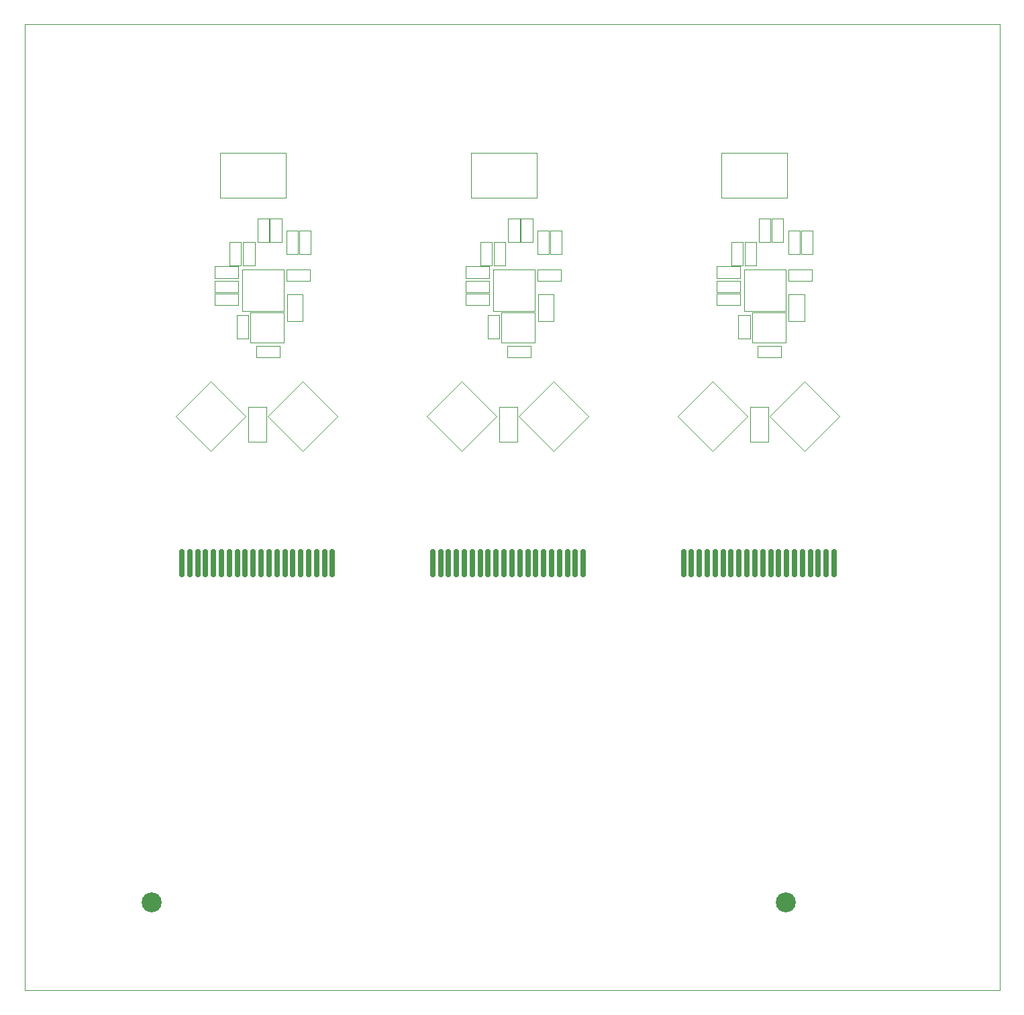
<source format=gbr>
%TF.GenerationSoftware,KiCad,Pcbnew,7.0.5*%
%TF.CreationDate,2023-07-03T17:52:36+02:00*%
%TF.ProjectId,stencil,7374656e-6369-46c2-9e6b-696361645f70,rev?*%
%TF.SameCoordinates,Original*%
%TF.FileFunction,Glue,Top*%
%TF.FilePolarity,Positive*%
%FSLAX46Y46*%
G04 Gerber Fmt 4.6, Leading zero omitted, Abs format (unit mm)*
G04 Created by KiCad (PCBNEW 7.0.5) date 2023-07-03 17:52:36*
%MOMM*%
%LPD*%
G01*
G04 APERTURE LIST*
G04 Aperture macros list*
%AMRoundRect*
0 Rectangle with rounded corners*
0 $1 Rounding radius*
0 $2 $3 $4 $5 $6 $7 $8 $9 X,Y pos of 4 corners*
0 Add a 4 corners polygon primitive as box body*
4,1,4,$2,$3,$4,$5,$6,$7,$8,$9,$2,$3,0*
0 Add four circle primitives for the rounded corners*
1,1,$1+$1,$2,$3*
1,1,$1+$1,$4,$5*
1,1,$1+$1,$6,$7*
1,1,$1+$1,$8,$9*
0 Add four rect primitives between the rounded corners*
20,1,$1+$1,$2,$3,$4,$5,0*
20,1,$1+$1,$4,$5,$6,$7,0*
20,1,$1+$1,$6,$7,$8,$9,0*
20,1,$1+$1,$8,$9,$2,$3,0*%
G04 Aperture macros list end*
%ADD10C,0.100000*%
%ADD11RoundRect,0.150000X-0.150000X-1.600000X0.150000X-1.600000X0.150000X1.600000X-0.150000X1.600000X0*%
%ADD12C,2.510000*%
G04 APERTURE END LIST*
D10*
X118305000Y-39080000D02*
X116845000Y-39080000D01*
X116845000Y-36120000D01*
X118305000Y-36120000D01*
X118305000Y-39080000D01*
X126987346Y-61100000D02*
X122575000Y-65512346D01*
X118162654Y-61100000D01*
X122575000Y-56687654D01*
X126987346Y-61100000D01*
X155155000Y-44030000D02*
X152195000Y-44030000D01*
X152195000Y-42570000D01*
X155155000Y-42570000D01*
X155155000Y-44030000D01*
X186805000Y-44030000D02*
X183845000Y-44030000D01*
X183845000Y-42570000D01*
X186805000Y-42570000D01*
X186805000Y-44030000D01*
X148155000Y-42080000D02*
X146695000Y-42080000D01*
X146695000Y-39120000D01*
X148155000Y-39120000D01*
X148155000Y-42080000D01*
X177755000Y-43630000D02*
X174795000Y-43630000D01*
X174795000Y-42170000D01*
X177755000Y-42170000D01*
X177755000Y-43630000D01*
X177755000Y-47030000D02*
X174795000Y-47030000D01*
X174795000Y-45570000D01*
X177755000Y-45570000D01*
X177755000Y-47030000D01*
X119655000Y-53630000D02*
X116695000Y-53630000D01*
X116695000Y-52170000D01*
X119655000Y-52170000D01*
X119655000Y-53630000D01*
X120175000Y-51750000D02*
X115975000Y-51750000D01*
X115975000Y-47950000D01*
X120175000Y-47950000D01*
X120175000Y-51750000D01*
X123505000Y-44030000D02*
X120545000Y-44030000D01*
X120545000Y-42570000D01*
X123505000Y-42570000D01*
X123505000Y-44030000D01*
X147037346Y-61100000D02*
X142625000Y-65512346D01*
X138212654Y-61100000D01*
X142625000Y-56687654D01*
X147037346Y-61100000D01*
X181325000Y-64300000D02*
X179025000Y-64300000D01*
X179025000Y-59900000D01*
X181325000Y-59900000D01*
X181325000Y-64300000D01*
X183205000Y-39080000D02*
X181745000Y-39080000D01*
X181745000Y-36120000D01*
X183205000Y-36120000D01*
X183205000Y-39080000D01*
X151555000Y-39080000D02*
X150095000Y-39080000D01*
X150095000Y-36120000D01*
X151555000Y-36120000D01*
X151555000Y-39080000D01*
X179805000Y-42080000D02*
X178345000Y-42080000D01*
X178345000Y-39120000D01*
X179805000Y-39120000D01*
X179805000Y-42080000D01*
X151825000Y-51750000D02*
X147625000Y-51750000D01*
X147625000Y-47950000D01*
X151825000Y-47950000D01*
X151825000Y-51750000D01*
X178687346Y-61100000D02*
X174275000Y-65512346D01*
X169862654Y-61100000D01*
X174275000Y-56687654D01*
X178687346Y-61100000D01*
X123605000Y-40630000D02*
X122145000Y-40630000D01*
X122145000Y-37670000D01*
X123605000Y-37670000D01*
X123605000Y-40630000D01*
X147355000Y-51280000D02*
X145895000Y-51280000D01*
X145895000Y-48320000D01*
X147355000Y-48320000D01*
X147355000Y-51280000D01*
X182955000Y-53630000D02*
X179995000Y-53630000D01*
X179995000Y-52170000D01*
X182955000Y-52170000D01*
X182955000Y-53630000D01*
X122005000Y-40630000D02*
X120545000Y-40630000D01*
X120545000Y-37670000D01*
X122005000Y-37670000D01*
X122005000Y-40630000D01*
X179005000Y-51280000D02*
X177545000Y-51280000D01*
X177545000Y-48320000D01*
X179005000Y-48320000D01*
X179005000Y-51280000D01*
X149675000Y-64300000D02*
X147375000Y-64300000D01*
X147375000Y-59900000D01*
X149675000Y-59900000D01*
X149675000Y-64300000D01*
X153655000Y-40630000D02*
X152195000Y-40630000D01*
X152195000Y-37670000D01*
X153655000Y-37670000D01*
X153655000Y-40630000D01*
X183495000Y-47820000D02*
X178255000Y-47820000D01*
X178255000Y-42580000D01*
X183495000Y-42580000D01*
X183495000Y-47820000D01*
X146105000Y-45430000D02*
X143145000Y-45430000D01*
X143145000Y-43970000D01*
X146105000Y-43970000D01*
X146105000Y-45430000D01*
X186905000Y-40630000D02*
X185445000Y-40630000D01*
X185445000Y-37670000D01*
X186905000Y-37670000D01*
X186905000Y-40630000D01*
X146455000Y-42080000D02*
X144995000Y-42080000D01*
X144995000Y-39120000D01*
X146455000Y-39120000D01*
X146455000Y-42080000D01*
X177755000Y-45430000D02*
X174795000Y-45430000D01*
X174795000Y-43970000D01*
X177755000Y-43970000D01*
X177755000Y-45430000D01*
X122555000Y-49100000D02*
X120595000Y-49100000D01*
X120595000Y-45700000D01*
X122555000Y-45700000D01*
X122555000Y-49100000D01*
X178105000Y-42080000D02*
X176645000Y-42080000D01*
X176645000Y-39120000D01*
X178105000Y-39120000D01*
X178105000Y-42080000D01*
X114455000Y-45430000D02*
X111495000Y-45430000D01*
X111495000Y-43970000D01*
X114455000Y-43970000D01*
X114455000Y-45430000D01*
X120425000Y-33500000D02*
X112125000Y-33500000D01*
X112125000Y-27800000D01*
X120425000Y-27800000D01*
X120425000Y-33500000D01*
X185855000Y-49100000D02*
X183895000Y-49100000D01*
X183895000Y-45700000D01*
X185855000Y-45700000D01*
X185855000Y-49100000D01*
X183475000Y-51750000D02*
X179275000Y-51750000D01*
X179275000Y-47950000D01*
X183475000Y-47950000D01*
X183475000Y-51750000D01*
X146105000Y-43630000D02*
X143145000Y-43630000D01*
X143145000Y-42170000D01*
X146105000Y-42170000D01*
X146105000Y-43630000D01*
X114455000Y-43630000D02*
X111495000Y-43630000D01*
X111495000Y-42170000D01*
X114455000Y-42170000D01*
X114455000Y-43630000D01*
X154205000Y-49100000D02*
X152245000Y-49100000D01*
X152245000Y-45700000D01*
X154205000Y-45700000D01*
X154205000Y-49100000D01*
X119905000Y-39080000D02*
X118445000Y-39080000D01*
X118445000Y-36120000D01*
X119905000Y-36120000D01*
X119905000Y-39080000D01*
X190287346Y-61100000D02*
X185875000Y-65512346D01*
X181462654Y-61100000D01*
X185875000Y-56687654D01*
X190287346Y-61100000D01*
X152075000Y-33500000D02*
X143775000Y-33500000D01*
X143775000Y-27800000D01*
X152075000Y-27800000D01*
X152075000Y-33500000D01*
X151845000Y-47820000D02*
X146605000Y-47820000D01*
X146605000Y-42580000D01*
X151845000Y-42580000D01*
X151845000Y-47820000D01*
X146105000Y-47030000D02*
X143145000Y-47030000D01*
X143145000Y-45570000D01*
X146105000Y-45570000D01*
X146105000Y-47030000D01*
X183725000Y-33500000D02*
X175425000Y-33500000D01*
X175425000Y-27800000D01*
X183725000Y-27800000D01*
X183725000Y-33500000D01*
X181605000Y-39080000D02*
X180145000Y-39080000D01*
X180145000Y-36120000D01*
X181605000Y-36120000D01*
X181605000Y-39080000D01*
X155255000Y-40630000D02*
X153795000Y-40630000D01*
X153795000Y-37670000D01*
X155255000Y-37670000D01*
X155255000Y-40630000D01*
X149955000Y-39080000D02*
X148495000Y-39080000D01*
X148495000Y-36120000D01*
X149955000Y-36120000D01*
X149955000Y-39080000D01*
X120195000Y-47820000D02*
X114955000Y-47820000D01*
X114955000Y-42580000D01*
X120195000Y-42580000D01*
X120195000Y-47820000D01*
X115387346Y-61100000D02*
X110975000Y-65512346D01*
X106562654Y-61100000D01*
X110975000Y-56687654D01*
X115387346Y-61100000D01*
X151305000Y-53630000D02*
X148345000Y-53630000D01*
X148345000Y-52170000D01*
X151305000Y-52170000D01*
X151305000Y-53630000D01*
X87500000Y-11600000D02*
X210500000Y-11600000D01*
X210500000Y-133600000D01*
X87500000Y-133600000D01*
X87500000Y-11600000D01*
X116505000Y-42080000D02*
X115045000Y-42080000D01*
X115045000Y-39120000D01*
X116505000Y-39120000D01*
X116505000Y-42080000D01*
X158637346Y-61100000D02*
X154225000Y-65512346D01*
X149812654Y-61100000D01*
X154225000Y-56687654D01*
X158637346Y-61100000D01*
X114455000Y-47030000D02*
X111495000Y-47030000D01*
X111495000Y-45570000D01*
X114455000Y-45570000D01*
X114455000Y-47030000D01*
X118025000Y-64300000D02*
X115725000Y-64300000D01*
X115725000Y-59900000D01*
X118025000Y-59900000D01*
X118025000Y-64300000D01*
X185305000Y-40630000D02*
X183845000Y-40630000D01*
X183845000Y-37670000D01*
X185305000Y-37670000D01*
X185305000Y-40630000D01*
X114805000Y-42080000D02*
X113345000Y-42080000D01*
X113345000Y-39120000D01*
X114805000Y-39120000D01*
X114805000Y-42080000D01*
X115705000Y-51280000D02*
X114245000Y-51280000D01*
X114245000Y-48320000D01*
X115705000Y-48320000D01*
X115705000Y-51280000D01*
D11*
%TO.C,piezo1*%
X107315000Y-79650000D03*
X108315000Y-79650000D03*
X109315000Y-79650000D03*
X110315000Y-79650000D03*
X111315000Y-79650000D03*
X112315000Y-79650000D03*
X113315000Y-79650000D03*
X114315000Y-79650000D03*
X115315000Y-79650000D03*
X116315000Y-79650000D03*
X117315000Y-79650000D03*
X118315000Y-79650000D03*
X119315000Y-79650000D03*
X120315000Y-79650000D03*
X121315000Y-79650000D03*
X122315000Y-79650000D03*
X123315000Y-79650000D03*
X124315000Y-79650000D03*
X125315000Y-79650000D03*
X126315000Y-79650000D03*
%TD*%
D12*
%TO.C,REF\u002A\u002A*%
X183525000Y-122500000D03*
%TD*%
D11*
%TO.C,piezo1*%
X138965000Y-79650000D03*
X139965000Y-79650000D03*
X140965000Y-79650000D03*
X141965000Y-79650000D03*
X142965000Y-79650000D03*
X143965000Y-79650000D03*
X144965000Y-79650000D03*
X145965000Y-79650000D03*
X146965000Y-79650000D03*
X147965000Y-79650000D03*
X148965000Y-79650000D03*
X149965000Y-79650000D03*
X150965000Y-79650000D03*
X151965000Y-79650000D03*
X152965000Y-79650000D03*
X153965000Y-79650000D03*
X154965000Y-79650000D03*
X155965000Y-79650000D03*
X156965000Y-79650000D03*
X157965000Y-79650000D03*
%TD*%
%TO.C,piezo1*%
X170615000Y-79650000D03*
X171615000Y-79650000D03*
X172615000Y-79650000D03*
X173615000Y-79650000D03*
X174615000Y-79650000D03*
X175615000Y-79650000D03*
X176615000Y-79650000D03*
X177615000Y-79650000D03*
X178615000Y-79650000D03*
X179615000Y-79650000D03*
X180615000Y-79650000D03*
X181615000Y-79650000D03*
X182615000Y-79650000D03*
X183615000Y-79650000D03*
X184615000Y-79650000D03*
X185615000Y-79650000D03*
X186615000Y-79650000D03*
X187615000Y-79650000D03*
X188615000Y-79650000D03*
X189615000Y-79650000D03*
%TD*%
D12*
%TO.C,REF\u002A\u002A*%
X103525000Y-122500000D03*
%TD*%
M02*

</source>
